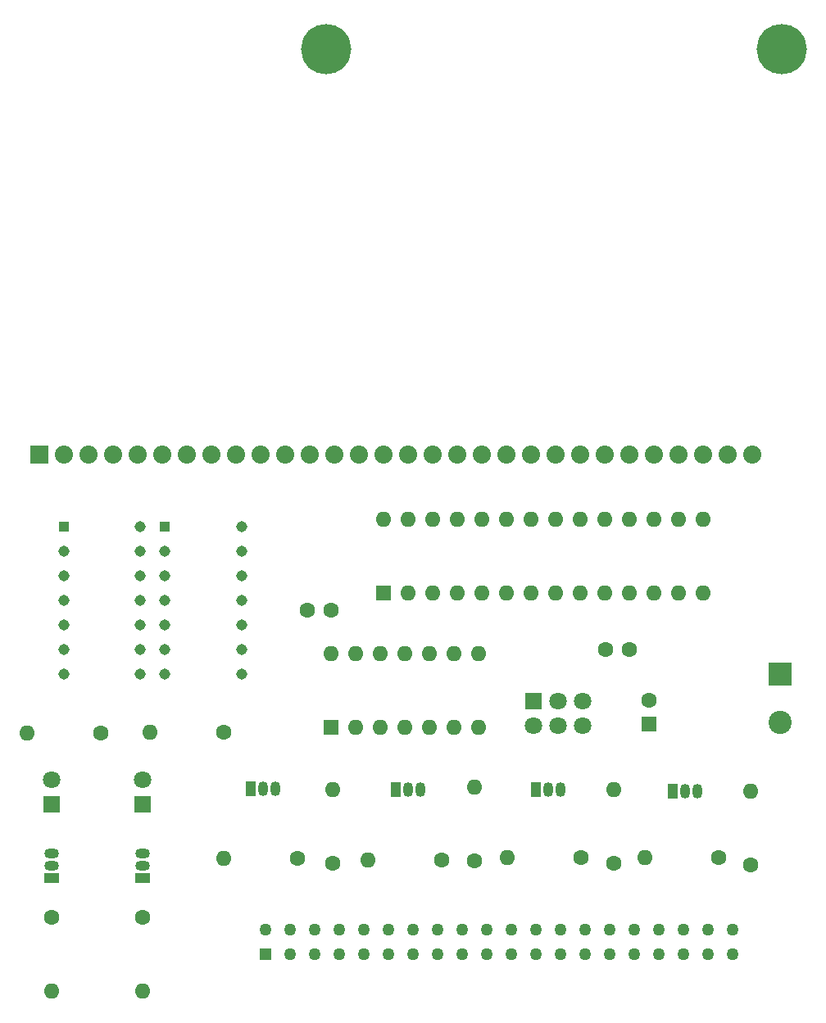
<source format=gbs>
G04 #@! TF.GenerationSoftware,KiCad,Pcbnew,(5.1.9)-1*
G04 #@! TF.CreationDate,2021-01-10T19:58:29-05:00*
G04 #@! TF.ProjectId,elf_fp,656c665f-6670-42e6-9b69-6361645f7063,rev?*
G04 #@! TF.SameCoordinates,Original*
G04 #@! TF.FileFunction,Soldermask,Bot*
G04 #@! TF.FilePolarity,Negative*
%FSLAX46Y46*%
G04 Gerber Fmt 4.6, Leading zero omitted, Abs format (unit mm)*
G04 Created by KiCad (PCBNEW (5.1.9)-1) date 2021-01-10 19:58:29*
%MOMM*%
%LPD*%
G01*
G04 APERTURE LIST*
%ADD10C,5.200000*%
%ADD11C,2.400000*%
%ADD12R,2.400000X2.400000*%
%ADD13C,1.140000*%
%ADD14R,1.140000X1.140000*%
%ADD15O,1.600000X1.600000*%
%ADD16C,1.600000*%
%ADD17R,1.050000X1.500000*%
%ADD18O,1.050000X1.500000*%
%ADD19R,1.500000X1.050000*%
%ADD20O,1.500000X1.050000*%
%ADD21C,1.275000*%
%ADD22R,1.275000X1.275000*%
%ADD23C,1.800000*%
%ADD24R,1.800000X1.800000*%
%ADD25R,1.600000X1.600000*%
%ADD26C,1.875000*%
%ADD27R,1.875000X1.875000*%
G04 APERTURE END LIST*
D10*
X135300000Y-30400000D03*
X182300000Y-30400000D03*
D11*
X182200000Y-100000000D03*
D12*
X182200000Y-95000000D03*
D13*
X126558000Y-79756000D03*
X126558000Y-82296000D03*
X126558000Y-84836000D03*
X126558000Y-87376000D03*
X126558000Y-89916000D03*
X126558000Y-92456000D03*
X126558000Y-94996000D03*
X118618000Y-94996000D03*
X118618000Y-92456000D03*
X118618000Y-89916000D03*
X118618000Y-87376000D03*
X118618000Y-84836000D03*
X118618000Y-82296000D03*
D14*
X118618000Y-79756000D03*
D13*
X116078000Y-79756000D03*
X116078000Y-82296000D03*
X116078000Y-84836000D03*
X116078000Y-87376000D03*
X116078000Y-89916000D03*
X116078000Y-92456000D03*
X116078000Y-94996000D03*
X108138000Y-94996000D03*
X108138000Y-92456000D03*
X108138000Y-89916000D03*
X108138000Y-87376000D03*
X108138000Y-84836000D03*
X108138000Y-82296000D03*
D14*
X108138000Y-79756000D03*
D15*
X164947600Y-106959400D03*
D16*
X164947600Y-114579400D03*
D15*
X179146200Y-107111800D03*
D16*
X179146200Y-114731800D03*
D15*
X150600000Y-106680000D03*
D16*
X150600000Y-114300000D03*
D15*
X135966200Y-106959400D03*
D16*
X135966200Y-114579400D03*
D15*
X153934000Y-114000000D03*
D16*
X161554000Y-114000000D03*
D15*
X168234000Y-114000000D03*
D16*
X175854000Y-114000000D03*
D15*
X139580000Y-114200000D03*
D16*
X147200000Y-114200000D03*
D15*
X124680000Y-114100000D03*
D16*
X132300000Y-114100000D03*
D15*
X104394000Y-101092000D03*
D16*
X112014000Y-101092000D03*
D15*
X106934000Y-127762000D03*
D16*
X106934000Y-120142000D03*
D15*
X117068600Y-101066600D03*
D16*
X124688600Y-101066600D03*
D15*
X116316000Y-127762000D03*
D16*
X116316000Y-120142000D03*
D17*
X156908000Y-106934000D03*
D18*
X159448000Y-106934000D03*
X158178000Y-106934000D03*
D17*
X171054000Y-107100000D03*
D18*
X173594000Y-107100000D03*
X172324000Y-107100000D03*
D17*
X127500000Y-106900000D03*
D18*
X130040000Y-106900000D03*
X128770000Y-106900000D03*
D19*
X106934000Y-116078000D03*
D20*
X106934000Y-113538000D03*
X106934000Y-114808000D03*
D21*
X177260000Y-121460000D03*
X177260000Y-124000000D03*
X174720000Y-121460000D03*
X174720000Y-124000000D03*
X172180000Y-121460000D03*
X172180000Y-124000000D03*
X169640000Y-121460000D03*
X169640000Y-124000000D03*
X167100000Y-121460000D03*
X167100000Y-124000000D03*
X164560000Y-121460000D03*
X164560000Y-124000000D03*
X162020000Y-121460000D03*
X162020000Y-124000000D03*
X159480000Y-121460000D03*
X159480000Y-124000000D03*
X156940000Y-121460000D03*
X156940000Y-124000000D03*
X154400000Y-121460000D03*
X154400000Y-124000000D03*
X151860000Y-121460000D03*
X151860000Y-124000000D03*
X149320000Y-121460000D03*
X149320000Y-124000000D03*
X146780000Y-121460000D03*
X146780000Y-124000000D03*
X144240000Y-121460000D03*
X144240000Y-124000000D03*
X141700000Y-121460000D03*
X141700000Y-124000000D03*
X139160000Y-121460000D03*
X139160000Y-124000000D03*
X136620000Y-121460000D03*
X136620000Y-124000000D03*
X134080000Y-121460000D03*
X134080000Y-124000000D03*
X131540000Y-121460000D03*
X131540000Y-124000000D03*
X129000000Y-121460000D03*
D22*
X129000000Y-124000000D03*
D23*
X161798000Y-100330000D03*
X161798000Y-97790000D03*
X159258000Y-100330000D03*
X159258000Y-97790000D03*
X156718000Y-100330000D03*
D24*
X156718000Y-97790000D03*
D23*
X106934000Y-105918000D03*
D24*
X106934000Y-108458000D03*
D23*
X116332000Y-105918000D03*
D24*
X116332000Y-108458000D03*
D16*
X133300000Y-88400000D03*
X135800000Y-88400000D03*
X166600000Y-92500000D03*
X164100000Y-92500000D03*
X168656000Y-97700000D03*
D25*
X168656000Y-100200000D03*
D15*
X141200000Y-78994000D03*
X174220000Y-86614000D03*
X143740000Y-78994000D03*
X171680000Y-86614000D03*
X146280000Y-78994000D03*
X169140000Y-86614000D03*
X148820000Y-78994000D03*
X166600000Y-86614000D03*
X151360000Y-78994000D03*
X164060000Y-86614000D03*
X153900000Y-78994000D03*
X161520000Y-86614000D03*
X156440000Y-78994000D03*
X158980000Y-86614000D03*
X158980000Y-78994000D03*
X156440000Y-86614000D03*
X161520000Y-78994000D03*
X153900000Y-86614000D03*
X164060000Y-78994000D03*
X151360000Y-86614000D03*
X166600000Y-78994000D03*
X148820000Y-86614000D03*
X169140000Y-78994000D03*
X146280000Y-86614000D03*
X171680000Y-78994000D03*
X143740000Y-86614000D03*
X174220000Y-78994000D03*
D25*
X141200000Y-86614000D03*
D15*
X135800000Y-92880000D03*
X151040000Y-100500000D03*
X138340000Y-92880000D03*
X148500000Y-100500000D03*
X140880000Y-92880000D03*
X145960000Y-100500000D03*
X143420000Y-92880000D03*
X143420000Y-100500000D03*
X145960000Y-92880000D03*
X140880000Y-100500000D03*
X148500000Y-92880000D03*
X138340000Y-100500000D03*
X151040000Y-92880000D03*
D25*
X135800000Y-100500000D03*
D17*
X142430000Y-106934000D03*
D18*
X144970000Y-106934000D03*
X143700000Y-106934000D03*
D19*
X116316000Y-116078000D03*
D20*
X116316000Y-113538000D03*
X116316000Y-114808000D03*
D26*
X179260000Y-72300000D03*
X176720000Y-72300000D03*
X174180000Y-72300000D03*
X171640000Y-72300000D03*
X169100000Y-72300000D03*
X166560000Y-72300000D03*
X164020000Y-72300000D03*
X161480000Y-72300000D03*
X158940000Y-72300000D03*
X156400000Y-72300000D03*
X153860000Y-72300000D03*
X151320000Y-72300000D03*
X148780000Y-72300000D03*
X146240000Y-72300000D03*
X143700000Y-72300000D03*
X141160000Y-72300000D03*
X138620000Y-72300000D03*
X136080000Y-72300000D03*
X133540000Y-72300000D03*
X131000000Y-72300000D03*
X128460000Y-72300000D03*
X125920000Y-72300000D03*
X123380000Y-72300000D03*
X120840000Y-72300000D03*
X118300000Y-72300000D03*
X115760000Y-72300000D03*
X113220000Y-72300000D03*
X110680000Y-72300000D03*
X108140000Y-72300000D03*
D27*
X105600000Y-72300000D03*
M02*

</source>
